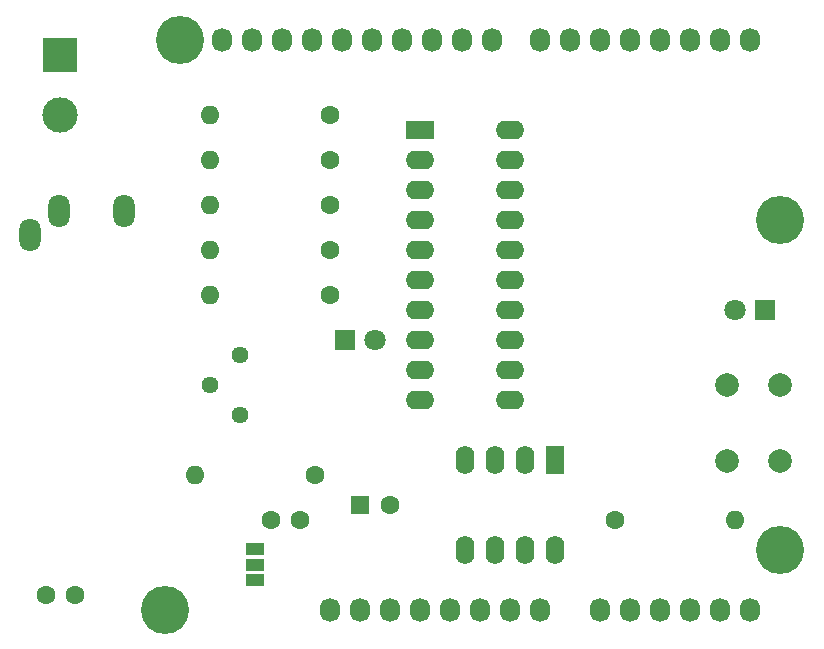
<source format=gbr>
G04 #@! TF.GenerationSoftware,KiCad,Pcbnew,(5.1.4)-1*
G04 #@! TF.CreationDate,2021-01-09T18:35:35-06:00*
G04 #@! TF.ProjectId,eom-uno-pressure-shield,656f6d2d-756e-46f2-9d70-726573737572,rev?*
G04 #@! TF.SameCoordinates,Original*
G04 #@! TF.FileFunction,Soldermask,Bot*
G04 #@! TF.FilePolarity,Negative*
%FSLAX46Y46*%
G04 Gerber Fmt 4.6, Leading zero omitted, Abs format (unit mm)*
G04 Created by KiCad (PCBNEW (5.1.4)-1) date 2021-01-09 18:35:35*
%MOMM*%
%LPD*%
G04 APERTURE LIST*
%ADD10C,1.800000*%
%ADD11R,1.800000X1.800000*%
%ADD12C,1.600000*%
%ADD13R,1.600000X1.600000*%
%ADD14O,1.600000X2.400000*%
%ADD15R,1.600000X2.400000*%
%ADD16C,1.440000*%
%ADD17C,2.000000*%
%ADD18O,1.600000X1.600000*%
%ADD19R,1.500000X1.000000*%
%ADD20C,3.000000*%
%ADD21R,3.000000X3.000000*%
%ADD22O,1.800000X2.800000*%
%ADD23O,2.400000X1.600000*%
%ADD24R,2.400000X1.600000*%
%ADD25O,1.727200X2.032000*%
%ADD26C,4.064000*%
G04 APERTURE END LIST*
D10*
X142748000Y-100965000D03*
D11*
X140208000Y-100965000D03*
D12*
X143978000Y-114935000D03*
D13*
X141478000Y-114935000D03*
D14*
X157988000Y-118745000D03*
X150368000Y-111125000D03*
X155448000Y-118745000D03*
X152908000Y-111125000D03*
X152908000Y-118745000D03*
X155448000Y-111125000D03*
X150368000Y-118745000D03*
D15*
X157988000Y-111125000D03*
D16*
X131318000Y-102235000D03*
X128778000Y-104775000D03*
X131318000Y-107315000D03*
D17*
X177038000Y-111275000D03*
X172538000Y-111275000D03*
X177038000Y-104775000D03*
X172538000Y-104775000D03*
D18*
X128778000Y-97155000D03*
D12*
X138938000Y-97155000D03*
D18*
X128778000Y-93345000D03*
D12*
X138938000Y-93345000D03*
D18*
X128778000Y-89535000D03*
D12*
X138938000Y-89535000D03*
D18*
X128778000Y-85725000D03*
D12*
X138938000Y-85725000D03*
D18*
X128778000Y-81915000D03*
D12*
X138938000Y-81915000D03*
D18*
X173228000Y-116205000D03*
D12*
X163068000Y-116205000D03*
D18*
X127508000Y-112395000D03*
D12*
X137668000Y-112395000D03*
D19*
X132588000Y-120015000D03*
X132588000Y-121315000D03*
X132588000Y-118715000D03*
D20*
X116078000Y-81915000D03*
D21*
X116078000Y-76835000D03*
D22*
X121438000Y-90075000D03*
X115938000Y-90075000D03*
X113538000Y-92075000D03*
D10*
X173228000Y-98425000D03*
D11*
X175768000Y-98425000D03*
D12*
X133898000Y-116205000D03*
X136398000Y-116205000D03*
X114848000Y-122555000D03*
X117348000Y-122555000D03*
D23*
X154178000Y-83185000D03*
X154178000Y-85725000D03*
X154178000Y-88265000D03*
X154178000Y-90805000D03*
X146558000Y-103505000D03*
X146558000Y-106045000D03*
X154178000Y-106045000D03*
X154178000Y-103505000D03*
X146558000Y-100965000D03*
X146558000Y-98425000D03*
X146558000Y-95885000D03*
X146558000Y-93345000D03*
X154178000Y-93345000D03*
X154178000Y-95885000D03*
X154178000Y-98425000D03*
X154178000Y-100965000D03*
X146558000Y-90805000D03*
X146558000Y-88265000D03*
X146558000Y-85725000D03*
D24*
X146558000Y-83185000D03*
D25*
X138938000Y-123825000D03*
X141478000Y-123825000D03*
X144018000Y-123825000D03*
X146558000Y-123825000D03*
X149098000Y-123825000D03*
X151638000Y-123825000D03*
X154178000Y-123825000D03*
X156718000Y-123825000D03*
X161798000Y-123825000D03*
X164338000Y-123825000D03*
X166878000Y-123825000D03*
X169418000Y-123825000D03*
X171958000Y-123825000D03*
X174498000Y-123825000D03*
X129794000Y-75565000D03*
X132334000Y-75565000D03*
X134874000Y-75565000D03*
X137414000Y-75565000D03*
X139954000Y-75565000D03*
X142494000Y-75565000D03*
X145034000Y-75565000D03*
X147574000Y-75565000D03*
X150114000Y-75565000D03*
X152654000Y-75565000D03*
X156718000Y-75565000D03*
X159258000Y-75565000D03*
X161798000Y-75565000D03*
X164338000Y-75565000D03*
X166878000Y-75565000D03*
X169418000Y-75565000D03*
X171958000Y-75565000D03*
X174498000Y-75565000D03*
D26*
X124968000Y-123825000D03*
X177038000Y-118745000D03*
X126238000Y-75565000D03*
X177038000Y-90805000D03*
M02*

</source>
